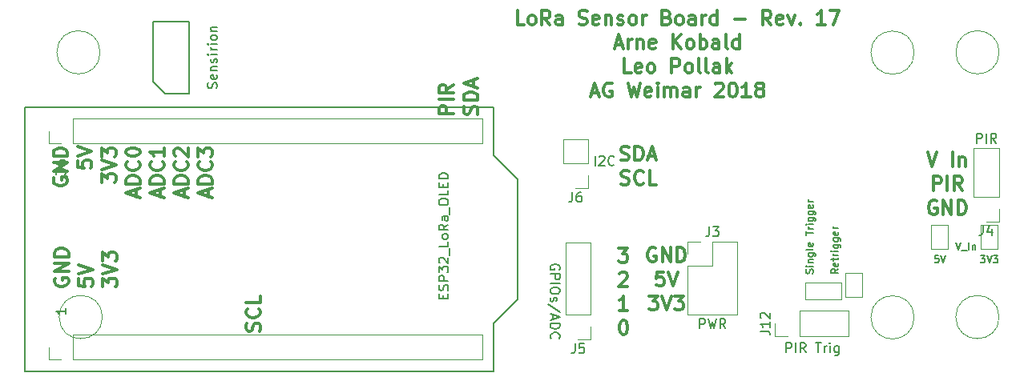
<source format=gbr>
G04 #@! TF.FileFunction,Legend,Top*
%FSLAX46Y46*%
G04 Gerber Fmt 4.6, Leading zero omitted, Abs format (unit mm)*
G04 Created by KiCad (PCBNEW 4.0.7) date 04/05/18 15:18:43*
%MOMM*%
%LPD*%
G01*
G04 APERTURE LIST*
%ADD10C,0.100000*%
%ADD11C,0.300000*%
%ADD12C,0.190500*%
%ADD13C,0.150000*%
%ADD14C,0.120000*%
G04 APERTURE END LIST*
D10*
D11*
X143285716Y-74853571D02*
X142571430Y-74853571D01*
X142571430Y-73353571D01*
X144000002Y-74853571D02*
X143857144Y-74782143D01*
X143785716Y-74710714D01*
X143714287Y-74567857D01*
X143714287Y-74139286D01*
X143785716Y-73996429D01*
X143857144Y-73925000D01*
X144000002Y-73853571D01*
X144214287Y-73853571D01*
X144357144Y-73925000D01*
X144428573Y-73996429D01*
X144500002Y-74139286D01*
X144500002Y-74567857D01*
X144428573Y-74710714D01*
X144357144Y-74782143D01*
X144214287Y-74853571D01*
X144000002Y-74853571D01*
X146000002Y-74853571D02*
X145500002Y-74139286D01*
X145142859Y-74853571D02*
X145142859Y-73353571D01*
X145714287Y-73353571D01*
X145857145Y-73425000D01*
X145928573Y-73496429D01*
X146000002Y-73639286D01*
X146000002Y-73853571D01*
X145928573Y-73996429D01*
X145857145Y-74067857D01*
X145714287Y-74139286D01*
X145142859Y-74139286D01*
X147285716Y-74853571D02*
X147285716Y-74067857D01*
X147214287Y-73925000D01*
X147071430Y-73853571D01*
X146785716Y-73853571D01*
X146642859Y-73925000D01*
X147285716Y-74782143D02*
X147142859Y-74853571D01*
X146785716Y-74853571D01*
X146642859Y-74782143D01*
X146571430Y-74639286D01*
X146571430Y-74496429D01*
X146642859Y-74353571D01*
X146785716Y-74282143D01*
X147142859Y-74282143D01*
X147285716Y-74210714D01*
X149071430Y-74782143D02*
X149285716Y-74853571D01*
X149642859Y-74853571D01*
X149785716Y-74782143D01*
X149857145Y-74710714D01*
X149928573Y-74567857D01*
X149928573Y-74425000D01*
X149857145Y-74282143D01*
X149785716Y-74210714D01*
X149642859Y-74139286D01*
X149357145Y-74067857D01*
X149214287Y-73996429D01*
X149142859Y-73925000D01*
X149071430Y-73782143D01*
X149071430Y-73639286D01*
X149142859Y-73496429D01*
X149214287Y-73425000D01*
X149357145Y-73353571D01*
X149714287Y-73353571D01*
X149928573Y-73425000D01*
X151142858Y-74782143D02*
X151000001Y-74853571D01*
X150714287Y-74853571D01*
X150571430Y-74782143D01*
X150500001Y-74639286D01*
X150500001Y-74067857D01*
X150571430Y-73925000D01*
X150714287Y-73853571D01*
X151000001Y-73853571D01*
X151142858Y-73925000D01*
X151214287Y-74067857D01*
X151214287Y-74210714D01*
X150500001Y-74353571D01*
X151857144Y-73853571D02*
X151857144Y-74853571D01*
X151857144Y-73996429D02*
X151928572Y-73925000D01*
X152071430Y-73853571D01*
X152285715Y-73853571D01*
X152428572Y-73925000D01*
X152500001Y-74067857D01*
X152500001Y-74853571D01*
X153142858Y-74782143D02*
X153285715Y-74853571D01*
X153571430Y-74853571D01*
X153714287Y-74782143D01*
X153785715Y-74639286D01*
X153785715Y-74567857D01*
X153714287Y-74425000D01*
X153571430Y-74353571D01*
X153357144Y-74353571D01*
X153214287Y-74282143D01*
X153142858Y-74139286D01*
X153142858Y-74067857D01*
X153214287Y-73925000D01*
X153357144Y-73853571D01*
X153571430Y-73853571D01*
X153714287Y-73925000D01*
X154642859Y-74853571D02*
X154500001Y-74782143D01*
X154428573Y-74710714D01*
X154357144Y-74567857D01*
X154357144Y-74139286D01*
X154428573Y-73996429D01*
X154500001Y-73925000D01*
X154642859Y-73853571D01*
X154857144Y-73853571D01*
X155000001Y-73925000D01*
X155071430Y-73996429D01*
X155142859Y-74139286D01*
X155142859Y-74567857D01*
X155071430Y-74710714D01*
X155000001Y-74782143D01*
X154857144Y-74853571D01*
X154642859Y-74853571D01*
X155785716Y-74853571D02*
X155785716Y-73853571D01*
X155785716Y-74139286D02*
X155857144Y-73996429D01*
X155928573Y-73925000D01*
X156071430Y-73853571D01*
X156214287Y-73853571D01*
X158357144Y-74067857D02*
X158571430Y-74139286D01*
X158642858Y-74210714D01*
X158714287Y-74353571D01*
X158714287Y-74567857D01*
X158642858Y-74710714D01*
X158571430Y-74782143D01*
X158428572Y-74853571D01*
X157857144Y-74853571D01*
X157857144Y-73353571D01*
X158357144Y-73353571D01*
X158500001Y-73425000D01*
X158571430Y-73496429D01*
X158642858Y-73639286D01*
X158642858Y-73782143D01*
X158571430Y-73925000D01*
X158500001Y-73996429D01*
X158357144Y-74067857D01*
X157857144Y-74067857D01*
X159571430Y-74853571D02*
X159428572Y-74782143D01*
X159357144Y-74710714D01*
X159285715Y-74567857D01*
X159285715Y-74139286D01*
X159357144Y-73996429D01*
X159428572Y-73925000D01*
X159571430Y-73853571D01*
X159785715Y-73853571D01*
X159928572Y-73925000D01*
X160000001Y-73996429D01*
X160071430Y-74139286D01*
X160071430Y-74567857D01*
X160000001Y-74710714D01*
X159928572Y-74782143D01*
X159785715Y-74853571D01*
X159571430Y-74853571D01*
X161357144Y-74853571D02*
X161357144Y-74067857D01*
X161285715Y-73925000D01*
X161142858Y-73853571D01*
X160857144Y-73853571D01*
X160714287Y-73925000D01*
X161357144Y-74782143D02*
X161214287Y-74853571D01*
X160857144Y-74853571D01*
X160714287Y-74782143D01*
X160642858Y-74639286D01*
X160642858Y-74496429D01*
X160714287Y-74353571D01*
X160857144Y-74282143D01*
X161214287Y-74282143D01*
X161357144Y-74210714D01*
X162071430Y-74853571D02*
X162071430Y-73853571D01*
X162071430Y-74139286D02*
X162142858Y-73996429D01*
X162214287Y-73925000D01*
X162357144Y-73853571D01*
X162500001Y-73853571D01*
X163642858Y-74853571D02*
X163642858Y-73353571D01*
X163642858Y-74782143D02*
X163500001Y-74853571D01*
X163214287Y-74853571D01*
X163071429Y-74782143D01*
X163000001Y-74710714D01*
X162928572Y-74567857D01*
X162928572Y-74139286D01*
X163000001Y-73996429D01*
X163071429Y-73925000D01*
X163214287Y-73853571D01*
X163500001Y-73853571D01*
X163642858Y-73925000D01*
X165500001Y-74282143D02*
X166642858Y-74282143D01*
X169357144Y-74853571D02*
X168857144Y-74139286D01*
X168500001Y-74853571D02*
X168500001Y-73353571D01*
X169071429Y-73353571D01*
X169214287Y-73425000D01*
X169285715Y-73496429D01*
X169357144Y-73639286D01*
X169357144Y-73853571D01*
X169285715Y-73996429D01*
X169214287Y-74067857D01*
X169071429Y-74139286D01*
X168500001Y-74139286D01*
X170571429Y-74782143D02*
X170428572Y-74853571D01*
X170142858Y-74853571D01*
X170000001Y-74782143D01*
X169928572Y-74639286D01*
X169928572Y-74067857D01*
X170000001Y-73925000D01*
X170142858Y-73853571D01*
X170428572Y-73853571D01*
X170571429Y-73925000D01*
X170642858Y-74067857D01*
X170642858Y-74210714D01*
X169928572Y-74353571D01*
X171142858Y-73853571D02*
X171500001Y-74853571D01*
X171857143Y-73853571D01*
X172428572Y-74710714D02*
X172500000Y-74782143D01*
X172428572Y-74853571D01*
X172357143Y-74782143D01*
X172428572Y-74710714D01*
X172428572Y-74853571D01*
X175071429Y-74853571D02*
X174214286Y-74853571D01*
X174642858Y-74853571D02*
X174642858Y-73353571D01*
X174500001Y-73567857D01*
X174357143Y-73710714D01*
X174214286Y-73782143D01*
X175571429Y-73353571D02*
X176571429Y-73353571D01*
X175928572Y-74853571D01*
X152928572Y-76975000D02*
X153642858Y-76975000D01*
X152785715Y-77403571D02*
X153285715Y-75903571D01*
X153785715Y-77403571D01*
X154285715Y-77403571D02*
X154285715Y-76403571D01*
X154285715Y-76689286D02*
X154357143Y-76546429D01*
X154428572Y-76475000D01*
X154571429Y-76403571D01*
X154714286Y-76403571D01*
X155214286Y-76403571D02*
X155214286Y-77403571D01*
X155214286Y-76546429D02*
X155285714Y-76475000D01*
X155428572Y-76403571D01*
X155642857Y-76403571D01*
X155785714Y-76475000D01*
X155857143Y-76617857D01*
X155857143Y-77403571D01*
X157142857Y-77332143D02*
X157000000Y-77403571D01*
X156714286Y-77403571D01*
X156571429Y-77332143D01*
X156500000Y-77189286D01*
X156500000Y-76617857D01*
X156571429Y-76475000D01*
X156714286Y-76403571D01*
X157000000Y-76403571D01*
X157142857Y-76475000D01*
X157214286Y-76617857D01*
X157214286Y-76760714D01*
X156500000Y-76903571D01*
X159000000Y-77403571D02*
X159000000Y-75903571D01*
X159857143Y-77403571D02*
X159214286Y-76546429D01*
X159857143Y-75903571D02*
X159000000Y-76760714D01*
X160714286Y-77403571D02*
X160571428Y-77332143D01*
X160500000Y-77260714D01*
X160428571Y-77117857D01*
X160428571Y-76689286D01*
X160500000Y-76546429D01*
X160571428Y-76475000D01*
X160714286Y-76403571D01*
X160928571Y-76403571D01*
X161071428Y-76475000D01*
X161142857Y-76546429D01*
X161214286Y-76689286D01*
X161214286Y-77117857D01*
X161142857Y-77260714D01*
X161071428Y-77332143D01*
X160928571Y-77403571D01*
X160714286Y-77403571D01*
X161857143Y-77403571D02*
X161857143Y-75903571D01*
X161857143Y-76475000D02*
X162000000Y-76403571D01*
X162285714Y-76403571D01*
X162428571Y-76475000D01*
X162500000Y-76546429D01*
X162571429Y-76689286D01*
X162571429Y-77117857D01*
X162500000Y-77260714D01*
X162428571Y-77332143D01*
X162285714Y-77403571D01*
X162000000Y-77403571D01*
X161857143Y-77332143D01*
X163857143Y-77403571D02*
X163857143Y-76617857D01*
X163785714Y-76475000D01*
X163642857Y-76403571D01*
X163357143Y-76403571D01*
X163214286Y-76475000D01*
X163857143Y-77332143D02*
X163714286Y-77403571D01*
X163357143Y-77403571D01*
X163214286Y-77332143D01*
X163142857Y-77189286D01*
X163142857Y-77046429D01*
X163214286Y-76903571D01*
X163357143Y-76832143D01*
X163714286Y-76832143D01*
X163857143Y-76760714D01*
X164785715Y-77403571D02*
X164642857Y-77332143D01*
X164571429Y-77189286D01*
X164571429Y-75903571D01*
X166000000Y-77403571D02*
X166000000Y-75903571D01*
X166000000Y-77332143D02*
X165857143Y-77403571D01*
X165571429Y-77403571D01*
X165428571Y-77332143D01*
X165357143Y-77260714D01*
X165285714Y-77117857D01*
X165285714Y-76689286D01*
X165357143Y-76546429D01*
X165428571Y-76475000D01*
X165571429Y-76403571D01*
X165857143Y-76403571D01*
X166000000Y-76475000D01*
X154571429Y-79953571D02*
X153857143Y-79953571D01*
X153857143Y-78453571D01*
X155642857Y-79882143D02*
X155500000Y-79953571D01*
X155214286Y-79953571D01*
X155071429Y-79882143D01*
X155000000Y-79739286D01*
X155000000Y-79167857D01*
X155071429Y-79025000D01*
X155214286Y-78953571D01*
X155500000Y-78953571D01*
X155642857Y-79025000D01*
X155714286Y-79167857D01*
X155714286Y-79310714D01*
X155000000Y-79453571D01*
X156571429Y-79953571D02*
X156428571Y-79882143D01*
X156357143Y-79810714D01*
X156285714Y-79667857D01*
X156285714Y-79239286D01*
X156357143Y-79096429D01*
X156428571Y-79025000D01*
X156571429Y-78953571D01*
X156785714Y-78953571D01*
X156928571Y-79025000D01*
X157000000Y-79096429D01*
X157071429Y-79239286D01*
X157071429Y-79667857D01*
X157000000Y-79810714D01*
X156928571Y-79882143D01*
X156785714Y-79953571D01*
X156571429Y-79953571D01*
X158857143Y-79953571D02*
X158857143Y-78453571D01*
X159428571Y-78453571D01*
X159571429Y-78525000D01*
X159642857Y-78596429D01*
X159714286Y-78739286D01*
X159714286Y-78953571D01*
X159642857Y-79096429D01*
X159571429Y-79167857D01*
X159428571Y-79239286D01*
X158857143Y-79239286D01*
X160571429Y-79953571D02*
X160428571Y-79882143D01*
X160357143Y-79810714D01*
X160285714Y-79667857D01*
X160285714Y-79239286D01*
X160357143Y-79096429D01*
X160428571Y-79025000D01*
X160571429Y-78953571D01*
X160785714Y-78953571D01*
X160928571Y-79025000D01*
X161000000Y-79096429D01*
X161071429Y-79239286D01*
X161071429Y-79667857D01*
X161000000Y-79810714D01*
X160928571Y-79882143D01*
X160785714Y-79953571D01*
X160571429Y-79953571D01*
X161928572Y-79953571D02*
X161785714Y-79882143D01*
X161714286Y-79739286D01*
X161714286Y-78453571D01*
X162714286Y-79953571D02*
X162571428Y-79882143D01*
X162500000Y-79739286D01*
X162500000Y-78453571D01*
X163928571Y-79953571D02*
X163928571Y-79167857D01*
X163857142Y-79025000D01*
X163714285Y-78953571D01*
X163428571Y-78953571D01*
X163285714Y-79025000D01*
X163928571Y-79882143D02*
X163785714Y-79953571D01*
X163428571Y-79953571D01*
X163285714Y-79882143D01*
X163214285Y-79739286D01*
X163214285Y-79596429D01*
X163285714Y-79453571D01*
X163428571Y-79382143D01*
X163785714Y-79382143D01*
X163928571Y-79310714D01*
X164642857Y-79953571D02*
X164642857Y-78453571D01*
X164785714Y-79382143D02*
X165214285Y-79953571D01*
X165214285Y-78953571D02*
X164642857Y-79525000D01*
X150392858Y-82075000D02*
X151107144Y-82075000D01*
X150250001Y-82503571D02*
X150750001Y-81003571D01*
X151250001Y-82503571D01*
X152535715Y-81075000D02*
X152392858Y-81003571D01*
X152178572Y-81003571D01*
X151964287Y-81075000D01*
X151821429Y-81217857D01*
X151750001Y-81360714D01*
X151678572Y-81646429D01*
X151678572Y-81860714D01*
X151750001Y-82146429D01*
X151821429Y-82289286D01*
X151964287Y-82432143D01*
X152178572Y-82503571D01*
X152321429Y-82503571D01*
X152535715Y-82432143D01*
X152607144Y-82360714D01*
X152607144Y-81860714D01*
X152321429Y-81860714D01*
X154250001Y-81003571D02*
X154607144Y-82503571D01*
X154892858Y-81432143D01*
X155178572Y-82503571D01*
X155535715Y-81003571D01*
X156678572Y-82432143D02*
X156535715Y-82503571D01*
X156250001Y-82503571D01*
X156107144Y-82432143D01*
X156035715Y-82289286D01*
X156035715Y-81717857D01*
X156107144Y-81575000D01*
X156250001Y-81503571D01*
X156535715Y-81503571D01*
X156678572Y-81575000D01*
X156750001Y-81717857D01*
X156750001Y-81860714D01*
X156035715Y-82003571D01*
X157392858Y-82503571D02*
X157392858Y-81503571D01*
X157392858Y-81003571D02*
X157321429Y-81075000D01*
X157392858Y-81146429D01*
X157464286Y-81075000D01*
X157392858Y-81003571D01*
X157392858Y-81146429D01*
X158107144Y-82503571D02*
X158107144Y-81503571D01*
X158107144Y-81646429D02*
X158178572Y-81575000D01*
X158321430Y-81503571D01*
X158535715Y-81503571D01*
X158678572Y-81575000D01*
X158750001Y-81717857D01*
X158750001Y-82503571D01*
X158750001Y-81717857D02*
X158821430Y-81575000D01*
X158964287Y-81503571D01*
X159178572Y-81503571D01*
X159321430Y-81575000D01*
X159392858Y-81717857D01*
X159392858Y-82503571D01*
X160750001Y-82503571D02*
X160750001Y-81717857D01*
X160678572Y-81575000D01*
X160535715Y-81503571D01*
X160250001Y-81503571D01*
X160107144Y-81575000D01*
X160750001Y-82432143D02*
X160607144Y-82503571D01*
X160250001Y-82503571D01*
X160107144Y-82432143D01*
X160035715Y-82289286D01*
X160035715Y-82146429D01*
X160107144Y-82003571D01*
X160250001Y-81932143D01*
X160607144Y-81932143D01*
X160750001Y-81860714D01*
X161464287Y-82503571D02*
X161464287Y-81503571D01*
X161464287Y-81789286D02*
X161535715Y-81646429D01*
X161607144Y-81575000D01*
X161750001Y-81503571D01*
X161892858Y-81503571D01*
X163464286Y-81146429D02*
X163535715Y-81075000D01*
X163678572Y-81003571D01*
X164035715Y-81003571D01*
X164178572Y-81075000D01*
X164250001Y-81146429D01*
X164321429Y-81289286D01*
X164321429Y-81432143D01*
X164250001Y-81646429D01*
X163392858Y-82503571D01*
X164321429Y-82503571D01*
X165250000Y-81003571D02*
X165392857Y-81003571D01*
X165535714Y-81075000D01*
X165607143Y-81146429D01*
X165678572Y-81289286D01*
X165750000Y-81575000D01*
X165750000Y-81932143D01*
X165678572Y-82217857D01*
X165607143Y-82360714D01*
X165535714Y-82432143D01*
X165392857Y-82503571D01*
X165250000Y-82503571D01*
X165107143Y-82432143D01*
X165035714Y-82360714D01*
X164964286Y-82217857D01*
X164892857Y-81932143D01*
X164892857Y-81575000D01*
X164964286Y-81289286D01*
X165035714Y-81146429D01*
X165107143Y-81075000D01*
X165250000Y-81003571D01*
X167178571Y-82503571D02*
X166321428Y-82503571D01*
X166750000Y-82503571D02*
X166750000Y-81003571D01*
X166607143Y-81217857D01*
X166464285Y-81360714D01*
X166321428Y-81432143D01*
X168035714Y-81646429D02*
X167892856Y-81575000D01*
X167821428Y-81503571D01*
X167749999Y-81360714D01*
X167749999Y-81289286D01*
X167821428Y-81146429D01*
X167892856Y-81075000D01*
X168035714Y-81003571D01*
X168321428Y-81003571D01*
X168464285Y-81075000D01*
X168535714Y-81146429D01*
X168607142Y-81289286D01*
X168607142Y-81360714D01*
X168535714Y-81503571D01*
X168464285Y-81575000D01*
X168321428Y-81646429D01*
X168035714Y-81646429D01*
X167892856Y-81717857D01*
X167821428Y-81789286D01*
X167749999Y-81932143D01*
X167749999Y-82217857D01*
X167821428Y-82360714D01*
X167892856Y-82432143D01*
X168035714Y-82503571D01*
X168321428Y-82503571D01*
X168464285Y-82432143D01*
X168535714Y-82360714D01*
X168607142Y-82217857D01*
X168607142Y-81932143D01*
X168535714Y-81789286D01*
X168464285Y-81717857D01*
X168321428Y-81646429D01*
X93700000Y-101657143D02*
X93628571Y-101800000D01*
X93628571Y-102014286D01*
X93700000Y-102228571D01*
X93842857Y-102371429D01*
X93985714Y-102442857D01*
X94271429Y-102514286D01*
X94485714Y-102514286D01*
X94771429Y-102442857D01*
X94914286Y-102371429D01*
X95057143Y-102228571D01*
X95128571Y-102014286D01*
X95128571Y-101871429D01*
X95057143Y-101657143D01*
X94985714Y-101585714D01*
X94485714Y-101585714D01*
X94485714Y-101871429D01*
X95128571Y-100942857D02*
X93628571Y-100942857D01*
X95128571Y-100085714D01*
X93628571Y-100085714D01*
X95128571Y-99371428D02*
X93628571Y-99371428D01*
X93628571Y-99014285D01*
X93700000Y-98800000D01*
X93842857Y-98657142D01*
X93985714Y-98585714D01*
X94271429Y-98514285D01*
X94485714Y-98514285D01*
X94771429Y-98585714D01*
X94914286Y-98657142D01*
X95057143Y-98800000D01*
X95128571Y-99014285D01*
X95128571Y-99371428D01*
X96178571Y-101728571D02*
X96178571Y-102442857D01*
X96892857Y-102514286D01*
X96821429Y-102442857D01*
X96750000Y-102300000D01*
X96750000Y-101942857D01*
X96821429Y-101800000D01*
X96892857Y-101728571D01*
X97035714Y-101657143D01*
X97392857Y-101657143D01*
X97535714Y-101728571D01*
X97607143Y-101800000D01*
X97678571Y-101942857D01*
X97678571Y-102300000D01*
X97607143Y-102442857D01*
X97535714Y-102514286D01*
X96178571Y-101228572D02*
X97678571Y-100728572D01*
X96178571Y-100228572D01*
X98728571Y-102585714D02*
X98728571Y-101657143D01*
X99300000Y-102157143D01*
X99300000Y-101942857D01*
X99371429Y-101800000D01*
X99442857Y-101728571D01*
X99585714Y-101657143D01*
X99942857Y-101657143D01*
X100085714Y-101728571D01*
X100157143Y-101800000D01*
X100228571Y-101942857D01*
X100228571Y-102371429D01*
X100157143Y-102514286D01*
X100085714Y-102585714D01*
X98728571Y-101228572D02*
X100228571Y-100728572D01*
X98728571Y-100228572D01*
X98728571Y-99871429D02*
X98728571Y-98942858D01*
X99300000Y-99442858D01*
X99300000Y-99228572D01*
X99371429Y-99085715D01*
X99442857Y-99014286D01*
X99585714Y-98942858D01*
X99942857Y-98942858D01*
X100085714Y-99014286D01*
X100157143Y-99085715D01*
X100228571Y-99228572D01*
X100228571Y-99657144D01*
X100157143Y-99800001D01*
X100085714Y-99871429D01*
X135778571Y-84257143D02*
X134278571Y-84257143D01*
X134278571Y-83685715D01*
X134350000Y-83542857D01*
X134421429Y-83471429D01*
X134564286Y-83400000D01*
X134778571Y-83400000D01*
X134921429Y-83471429D01*
X134992857Y-83542857D01*
X135064286Y-83685715D01*
X135064286Y-84257143D01*
X135778571Y-82757143D02*
X134278571Y-82757143D01*
X135778571Y-81185714D02*
X135064286Y-81685714D01*
X135778571Y-82042857D02*
X134278571Y-82042857D01*
X134278571Y-81471429D01*
X134350000Y-81328571D01*
X134421429Y-81257143D01*
X134564286Y-81185714D01*
X134778571Y-81185714D01*
X134921429Y-81257143D01*
X134992857Y-81328571D01*
X135064286Y-81471429D01*
X135064286Y-82042857D01*
X115307143Y-107257143D02*
X115378571Y-107042857D01*
X115378571Y-106685714D01*
X115307143Y-106542857D01*
X115235714Y-106471428D01*
X115092857Y-106400000D01*
X114950000Y-106400000D01*
X114807143Y-106471428D01*
X114735714Y-106542857D01*
X114664286Y-106685714D01*
X114592857Y-106971428D01*
X114521429Y-107114286D01*
X114450000Y-107185714D01*
X114307143Y-107257143D01*
X114164286Y-107257143D01*
X114021429Y-107185714D01*
X113950000Y-107114286D01*
X113878571Y-106971428D01*
X113878571Y-106614286D01*
X113950000Y-106400000D01*
X115235714Y-104900000D02*
X115307143Y-104971429D01*
X115378571Y-105185715D01*
X115378571Y-105328572D01*
X115307143Y-105542857D01*
X115164286Y-105685715D01*
X115021429Y-105757143D01*
X114735714Y-105828572D01*
X114521429Y-105828572D01*
X114235714Y-105757143D01*
X114092857Y-105685715D01*
X113950000Y-105542857D01*
X113878571Y-105328572D01*
X113878571Y-105185715D01*
X113950000Y-104971429D01*
X114021429Y-104900000D01*
X115378571Y-103542857D02*
X115378571Y-104257143D01*
X113878571Y-104257143D01*
X138307143Y-84328571D02*
X138378571Y-84114285D01*
X138378571Y-83757142D01*
X138307143Y-83614285D01*
X138235714Y-83542856D01*
X138092857Y-83471428D01*
X137950000Y-83471428D01*
X137807143Y-83542856D01*
X137735714Y-83614285D01*
X137664286Y-83757142D01*
X137592857Y-84042856D01*
X137521429Y-84185714D01*
X137450000Y-84257142D01*
X137307143Y-84328571D01*
X137164286Y-84328571D01*
X137021429Y-84257142D01*
X136950000Y-84185714D01*
X136878571Y-84042856D01*
X136878571Y-83685714D01*
X136950000Y-83471428D01*
X138378571Y-82828571D02*
X136878571Y-82828571D01*
X136878571Y-82471428D01*
X136950000Y-82257143D01*
X137092857Y-82114285D01*
X137235714Y-82042857D01*
X137521429Y-81971428D01*
X137735714Y-81971428D01*
X138021429Y-82042857D01*
X138164286Y-82114285D01*
X138307143Y-82257143D01*
X138378571Y-82471428D01*
X138378571Y-82828571D01*
X137950000Y-81400000D02*
X137950000Y-80685714D01*
X138378571Y-81542857D02*
X136878571Y-81042857D01*
X138378571Y-80542857D01*
X93600000Y-91028572D02*
X93528571Y-91171429D01*
X93528571Y-91385715D01*
X93600000Y-91600000D01*
X93742857Y-91742858D01*
X93885714Y-91814286D01*
X94171429Y-91885715D01*
X94385714Y-91885715D01*
X94671429Y-91814286D01*
X94814286Y-91742858D01*
X94957143Y-91600000D01*
X95028571Y-91385715D01*
X95028571Y-91242858D01*
X94957143Y-91028572D01*
X94885714Y-90957143D01*
X94385714Y-90957143D01*
X94385714Y-91242858D01*
X95028571Y-90314286D02*
X93528571Y-90314286D01*
X95028571Y-89457143D01*
X93528571Y-89457143D01*
X95028571Y-88742857D02*
X93528571Y-88742857D01*
X93528571Y-88385714D01*
X93600000Y-88171429D01*
X93742857Y-88028571D01*
X93885714Y-87957143D01*
X94171429Y-87885714D01*
X94385714Y-87885714D01*
X94671429Y-87957143D01*
X94814286Y-88028571D01*
X94957143Y-88171429D01*
X95028571Y-88385714D01*
X95028571Y-88742857D01*
X96078571Y-89242856D02*
X96078571Y-89957142D01*
X96792857Y-90028571D01*
X96721429Y-89957142D01*
X96650000Y-89814285D01*
X96650000Y-89457142D01*
X96721429Y-89314285D01*
X96792857Y-89242856D01*
X96935714Y-89171428D01*
X97292857Y-89171428D01*
X97435714Y-89242856D01*
X97507143Y-89314285D01*
X97578571Y-89457142D01*
X97578571Y-89814285D01*
X97507143Y-89957142D01*
X97435714Y-90028571D01*
X96078571Y-88742857D02*
X97578571Y-88242857D01*
X96078571Y-87742857D01*
X98628571Y-91528570D02*
X98628571Y-90599999D01*
X99200000Y-91099999D01*
X99200000Y-90885713D01*
X99271429Y-90742856D01*
X99342857Y-90671427D01*
X99485714Y-90599999D01*
X99842857Y-90599999D01*
X99985714Y-90671427D01*
X100057143Y-90742856D01*
X100128571Y-90885713D01*
X100128571Y-91314285D01*
X100057143Y-91457142D01*
X99985714Y-91528570D01*
X98628571Y-90171428D02*
X100128571Y-89671428D01*
X98628571Y-89171428D01*
X98628571Y-88814285D02*
X98628571Y-87885714D01*
X99200000Y-88385714D01*
X99200000Y-88171428D01*
X99271429Y-88028571D01*
X99342857Y-87957142D01*
X99485714Y-87885714D01*
X99842857Y-87885714D01*
X99985714Y-87957142D01*
X100057143Y-88028571D01*
X100128571Y-88171428D01*
X100128571Y-88600000D01*
X100057143Y-88742857D01*
X99985714Y-88814285D01*
X102250000Y-93028571D02*
X102250000Y-92314285D01*
X102678571Y-93171428D02*
X101178571Y-92671428D01*
X102678571Y-92171428D01*
X102678571Y-91671428D02*
X101178571Y-91671428D01*
X101178571Y-91314285D01*
X101250000Y-91100000D01*
X101392857Y-90957142D01*
X101535714Y-90885714D01*
X101821429Y-90814285D01*
X102035714Y-90814285D01*
X102321429Y-90885714D01*
X102464286Y-90957142D01*
X102607143Y-91100000D01*
X102678571Y-91314285D01*
X102678571Y-91671428D01*
X102535714Y-89314285D02*
X102607143Y-89385714D01*
X102678571Y-89600000D01*
X102678571Y-89742857D01*
X102607143Y-89957142D01*
X102464286Y-90100000D01*
X102321429Y-90171428D01*
X102035714Y-90242857D01*
X101821429Y-90242857D01*
X101535714Y-90171428D01*
X101392857Y-90100000D01*
X101250000Y-89957142D01*
X101178571Y-89742857D01*
X101178571Y-89600000D01*
X101250000Y-89385714D01*
X101321429Y-89314285D01*
X101178571Y-88385714D02*
X101178571Y-88242857D01*
X101250000Y-88100000D01*
X101321429Y-88028571D01*
X101464286Y-87957142D01*
X101750000Y-87885714D01*
X102107143Y-87885714D01*
X102392857Y-87957142D01*
X102535714Y-88028571D01*
X102607143Y-88100000D01*
X102678571Y-88242857D01*
X102678571Y-88385714D01*
X102607143Y-88528571D01*
X102535714Y-88600000D01*
X102392857Y-88671428D01*
X102107143Y-88742857D01*
X101750000Y-88742857D01*
X101464286Y-88671428D01*
X101321429Y-88600000D01*
X101250000Y-88528571D01*
X101178571Y-88385714D01*
X104800000Y-93028571D02*
X104800000Y-92314285D01*
X105228571Y-93171428D02*
X103728571Y-92671428D01*
X105228571Y-92171428D01*
X105228571Y-91671428D02*
X103728571Y-91671428D01*
X103728571Y-91314285D01*
X103800000Y-91100000D01*
X103942857Y-90957142D01*
X104085714Y-90885714D01*
X104371429Y-90814285D01*
X104585714Y-90814285D01*
X104871429Y-90885714D01*
X105014286Y-90957142D01*
X105157143Y-91100000D01*
X105228571Y-91314285D01*
X105228571Y-91671428D01*
X105085714Y-89314285D02*
X105157143Y-89385714D01*
X105228571Y-89600000D01*
X105228571Y-89742857D01*
X105157143Y-89957142D01*
X105014286Y-90100000D01*
X104871429Y-90171428D01*
X104585714Y-90242857D01*
X104371429Y-90242857D01*
X104085714Y-90171428D01*
X103942857Y-90100000D01*
X103800000Y-89957142D01*
X103728571Y-89742857D01*
X103728571Y-89600000D01*
X103800000Y-89385714D01*
X103871429Y-89314285D01*
X105228571Y-87885714D02*
X105228571Y-88742857D01*
X105228571Y-88314285D02*
X103728571Y-88314285D01*
X103942857Y-88457142D01*
X104085714Y-88600000D01*
X104157143Y-88742857D01*
X107350000Y-93028571D02*
X107350000Y-92314285D01*
X107778571Y-93171428D02*
X106278571Y-92671428D01*
X107778571Y-92171428D01*
X107778571Y-91671428D02*
X106278571Y-91671428D01*
X106278571Y-91314285D01*
X106350000Y-91100000D01*
X106492857Y-90957142D01*
X106635714Y-90885714D01*
X106921429Y-90814285D01*
X107135714Y-90814285D01*
X107421429Y-90885714D01*
X107564286Y-90957142D01*
X107707143Y-91100000D01*
X107778571Y-91314285D01*
X107778571Y-91671428D01*
X107635714Y-89314285D02*
X107707143Y-89385714D01*
X107778571Y-89600000D01*
X107778571Y-89742857D01*
X107707143Y-89957142D01*
X107564286Y-90100000D01*
X107421429Y-90171428D01*
X107135714Y-90242857D01*
X106921429Y-90242857D01*
X106635714Y-90171428D01*
X106492857Y-90100000D01*
X106350000Y-89957142D01*
X106278571Y-89742857D01*
X106278571Y-89600000D01*
X106350000Y-89385714D01*
X106421429Y-89314285D01*
X106421429Y-88742857D02*
X106350000Y-88671428D01*
X106278571Y-88528571D01*
X106278571Y-88171428D01*
X106350000Y-88028571D01*
X106421429Y-87957142D01*
X106564286Y-87885714D01*
X106707143Y-87885714D01*
X106921429Y-87957142D01*
X107778571Y-88814285D01*
X107778571Y-87885714D01*
X109900000Y-93028571D02*
X109900000Y-92314285D01*
X110328571Y-93171428D02*
X108828571Y-92671428D01*
X110328571Y-92171428D01*
X110328571Y-91671428D02*
X108828571Y-91671428D01*
X108828571Y-91314285D01*
X108900000Y-91100000D01*
X109042857Y-90957142D01*
X109185714Y-90885714D01*
X109471429Y-90814285D01*
X109685714Y-90814285D01*
X109971429Y-90885714D01*
X110114286Y-90957142D01*
X110257143Y-91100000D01*
X110328571Y-91314285D01*
X110328571Y-91671428D01*
X110185714Y-89314285D02*
X110257143Y-89385714D01*
X110328571Y-89600000D01*
X110328571Y-89742857D01*
X110257143Y-89957142D01*
X110114286Y-90100000D01*
X109971429Y-90171428D01*
X109685714Y-90242857D01*
X109471429Y-90242857D01*
X109185714Y-90171428D01*
X109042857Y-90100000D01*
X108900000Y-89957142D01*
X108828571Y-89742857D01*
X108828571Y-89600000D01*
X108900000Y-89385714D01*
X108971429Y-89314285D01*
X108828571Y-88814285D02*
X108828571Y-87885714D01*
X109400000Y-88385714D01*
X109400000Y-88171428D01*
X109471429Y-88028571D01*
X109542857Y-87957142D01*
X109685714Y-87885714D01*
X110042857Y-87885714D01*
X110185714Y-87957142D01*
X110257143Y-88028571D01*
X110328571Y-88171428D01*
X110328571Y-88600000D01*
X110257143Y-88742857D01*
X110185714Y-88814285D01*
D12*
X173774929Y-101154857D02*
X173811214Y-101046000D01*
X173811214Y-100864571D01*
X173774929Y-100792000D01*
X173738643Y-100755714D01*
X173666071Y-100719429D01*
X173593500Y-100719429D01*
X173520929Y-100755714D01*
X173484643Y-100792000D01*
X173448357Y-100864571D01*
X173412071Y-101009714D01*
X173375786Y-101082286D01*
X173339500Y-101118571D01*
X173266929Y-101154857D01*
X173194357Y-101154857D01*
X173121786Y-101118571D01*
X173085500Y-101082286D01*
X173049214Y-101009714D01*
X173049214Y-100828286D01*
X173085500Y-100719429D01*
X173811214Y-100392857D02*
X173303214Y-100392857D01*
X173049214Y-100392857D02*
X173085500Y-100429143D01*
X173121786Y-100392857D01*
X173085500Y-100356572D01*
X173049214Y-100392857D01*
X173121786Y-100392857D01*
X173303214Y-100030000D02*
X173811214Y-100030000D01*
X173375786Y-100030000D02*
X173339500Y-99993715D01*
X173303214Y-99921143D01*
X173303214Y-99812286D01*
X173339500Y-99739715D01*
X173412071Y-99703429D01*
X173811214Y-99703429D01*
X173303214Y-99014000D02*
X173920071Y-99014000D01*
X173992643Y-99050286D01*
X174028929Y-99086571D01*
X174065214Y-99159143D01*
X174065214Y-99268000D01*
X174028929Y-99340571D01*
X173774929Y-99014000D02*
X173811214Y-99086571D01*
X173811214Y-99231714D01*
X173774929Y-99304286D01*
X173738643Y-99340571D01*
X173666071Y-99376857D01*
X173448357Y-99376857D01*
X173375786Y-99340571D01*
X173339500Y-99304286D01*
X173303214Y-99231714D01*
X173303214Y-99086571D01*
X173339500Y-99014000D01*
X173811214Y-98542285D02*
X173774929Y-98614857D01*
X173702357Y-98651142D01*
X173049214Y-98651142D01*
X173774929Y-97961714D02*
X173811214Y-98034285D01*
X173811214Y-98179428D01*
X173774929Y-98251999D01*
X173702357Y-98288285D01*
X173412071Y-98288285D01*
X173339500Y-98251999D01*
X173303214Y-98179428D01*
X173303214Y-98034285D01*
X173339500Y-97961714D01*
X173412071Y-97925428D01*
X173484643Y-97925428D01*
X173557214Y-98288285D01*
X173049214Y-97127143D02*
X173049214Y-96691714D01*
X173811214Y-96909428D02*
X173049214Y-96909428D01*
X173811214Y-96437714D02*
X173303214Y-96437714D01*
X173448357Y-96437714D02*
X173375786Y-96401429D01*
X173339500Y-96365143D01*
X173303214Y-96292572D01*
X173303214Y-96220000D01*
X173811214Y-95966000D02*
X173303214Y-95966000D01*
X173049214Y-95966000D02*
X173085500Y-96002286D01*
X173121786Y-95966000D01*
X173085500Y-95929715D01*
X173049214Y-95966000D01*
X173121786Y-95966000D01*
X173303214Y-95276572D02*
X173920071Y-95276572D01*
X173992643Y-95312858D01*
X174028929Y-95349143D01*
X174065214Y-95421715D01*
X174065214Y-95530572D01*
X174028929Y-95603143D01*
X173774929Y-95276572D02*
X173811214Y-95349143D01*
X173811214Y-95494286D01*
X173774929Y-95566858D01*
X173738643Y-95603143D01*
X173666071Y-95639429D01*
X173448357Y-95639429D01*
X173375786Y-95603143D01*
X173339500Y-95566858D01*
X173303214Y-95494286D01*
X173303214Y-95349143D01*
X173339500Y-95276572D01*
X173303214Y-94587143D02*
X173920071Y-94587143D01*
X173992643Y-94623429D01*
X174028929Y-94659714D01*
X174065214Y-94732286D01*
X174065214Y-94841143D01*
X174028929Y-94913714D01*
X173774929Y-94587143D02*
X173811214Y-94659714D01*
X173811214Y-94804857D01*
X173774929Y-94877429D01*
X173738643Y-94913714D01*
X173666071Y-94950000D01*
X173448357Y-94950000D01*
X173375786Y-94913714D01*
X173339500Y-94877429D01*
X173303214Y-94804857D01*
X173303214Y-94659714D01*
X173339500Y-94587143D01*
X173774929Y-93934000D02*
X173811214Y-94006571D01*
X173811214Y-94151714D01*
X173774929Y-94224285D01*
X173702357Y-94260571D01*
X173412071Y-94260571D01*
X173339500Y-94224285D01*
X173303214Y-94151714D01*
X173303214Y-94006571D01*
X173339500Y-93934000D01*
X173412071Y-93897714D01*
X173484643Y-93897714D01*
X173557214Y-94260571D01*
X173811214Y-93571142D02*
X173303214Y-93571142D01*
X173448357Y-93571142D02*
X173375786Y-93534857D01*
X173339500Y-93498571D01*
X173303214Y-93426000D01*
X173303214Y-93353428D01*
X176478214Y-100683143D02*
X176115357Y-100937143D01*
X176478214Y-101118571D02*
X175716214Y-101118571D01*
X175716214Y-100828286D01*
X175752500Y-100755714D01*
X175788786Y-100719429D01*
X175861357Y-100683143D01*
X175970214Y-100683143D01*
X176042786Y-100719429D01*
X176079071Y-100755714D01*
X176115357Y-100828286D01*
X176115357Y-101118571D01*
X176441929Y-100066286D02*
X176478214Y-100138857D01*
X176478214Y-100284000D01*
X176441929Y-100356571D01*
X176369357Y-100392857D01*
X176079071Y-100392857D01*
X176006500Y-100356571D01*
X175970214Y-100284000D01*
X175970214Y-100138857D01*
X176006500Y-100066286D01*
X176079071Y-100030000D01*
X176151643Y-100030000D01*
X176224214Y-100392857D01*
X175970214Y-99812286D02*
X175970214Y-99522000D01*
X175716214Y-99703428D02*
X176369357Y-99703428D01*
X176441929Y-99667143D01*
X176478214Y-99594571D01*
X176478214Y-99522000D01*
X176478214Y-99267999D02*
X175970214Y-99267999D01*
X176115357Y-99267999D02*
X176042786Y-99231714D01*
X176006500Y-99195428D01*
X175970214Y-99122857D01*
X175970214Y-99050285D01*
X176478214Y-98796285D02*
X175970214Y-98796285D01*
X175716214Y-98796285D02*
X175752500Y-98832571D01*
X175788786Y-98796285D01*
X175752500Y-98760000D01*
X175716214Y-98796285D01*
X175788786Y-98796285D01*
X175970214Y-98106857D02*
X176587071Y-98106857D01*
X176659643Y-98143143D01*
X176695929Y-98179428D01*
X176732214Y-98252000D01*
X176732214Y-98360857D01*
X176695929Y-98433428D01*
X176441929Y-98106857D02*
X176478214Y-98179428D01*
X176478214Y-98324571D01*
X176441929Y-98397143D01*
X176405643Y-98433428D01*
X176333071Y-98469714D01*
X176115357Y-98469714D01*
X176042786Y-98433428D01*
X176006500Y-98397143D01*
X175970214Y-98324571D01*
X175970214Y-98179428D01*
X176006500Y-98106857D01*
X175970214Y-97417428D02*
X176587071Y-97417428D01*
X176659643Y-97453714D01*
X176695929Y-97489999D01*
X176732214Y-97562571D01*
X176732214Y-97671428D01*
X176695929Y-97743999D01*
X176441929Y-97417428D02*
X176478214Y-97489999D01*
X176478214Y-97635142D01*
X176441929Y-97707714D01*
X176405643Y-97743999D01*
X176333071Y-97780285D01*
X176115357Y-97780285D01*
X176042786Y-97743999D01*
X176006500Y-97707714D01*
X175970214Y-97635142D01*
X175970214Y-97489999D01*
X176006500Y-97417428D01*
X176441929Y-96764285D02*
X176478214Y-96836856D01*
X176478214Y-96981999D01*
X176441929Y-97054570D01*
X176369357Y-97090856D01*
X176079071Y-97090856D01*
X176006500Y-97054570D01*
X175970214Y-96981999D01*
X175970214Y-96836856D01*
X176006500Y-96764285D01*
X176079071Y-96727999D01*
X176151643Y-96727999D01*
X176224214Y-97090856D01*
X176478214Y-96401427D02*
X175970214Y-96401427D01*
X176115357Y-96401427D02*
X176042786Y-96365142D01*
X176006500Y-96328856D01*
X175970214Y-96256285D01*
X175970214Y-96183713D01*
X188929571Y-97915964D02*
X189183571Y-98677964D01*
X189437571Y-97915964D01*
X189510143Y-98750536D02*
X190090714Y-98750536D01*
X190272143Y-98677964D02*
X190272143Y-97915964D01*
X190635000Y-98169964D02*
X190635000Y-98677964D01*
X190635000Y-98242536D02*
X190671285Y-98206250D01*
X190743857Y-98169964D01*
X190852714Y-98169964D01*
X190925285Y-98206250D01*
X190961571Y-98278821D01*
X190961571Y-98677964D01*
X187060859Y-99249464D02*
X186698002Y-99249464D01*
X186661716Y-99612321D01*
X186698002Y-99576036D01*
X186770573Y-99539750D01*
X186952002Y-99539750D01*
X187024573Y-99576036D01*
X187060859Y-99612321D01*
X187097144Y-99684893D01*
X187097144Y-99866321D01*
X187060859Y-99938893D01*
X187024573Y-99975179D01*
X186952002Y-100011464D01*
X186770573Y-100011464D01*
X186698002Y-99975179D01*
X186661716Y-99938893D01*
X187314858Y-99249464D02*
X187568858Y-100011464D01*
X187822858Y-99249464D01*
X191487713Y-99249464D02*
X191959427Y-99249464D01*
X191705427Y-99539750D01*
X191814285Y-99539750D01*
X191886856Y-99576036D01*
X191923142Y-99612321D01*
X191959427Y-99684893D01*
X191959427Y-99866321D01*
X191923142Y-99938893D01*
X191886856Y-99975179D01*
X191814285Y-100011464D01*
X191596570Y-100011464D01*
X191523999Y-99975179D01*
X191487713Y-99938893D01*
X192177141Y-99249464D02*
X192431141Y-100011464D01*
X192685141Y-99249464D01*
X192866570Y-99249464D02*
X193338284Y-99249464D01*
X193084284Y-99539750D01*
X193193142Y-99539750D01*
X193265713Y-99576036D01*
X193301999Y-99612321D01*
X193338284Y-99684893D01*
X193338284Y-99866321D01*
X193301999Y-99938893D01*
X193265713Y-99975179D01*
X193193142Y-100011464D01*
X192975427Y-100011464D01*
X192902856Y-99975179D01*
X192866570Y-99938893D01*
D11*
X153478572Y-89132143D02*
X153692858Y-89203571D01*
X154050001Y-89203571D01*
X154192858Y-89132143D01*
X154264287Y-89060714D01*
X154335715Y-88917857D01*
X154335715Y-88775000D01*
X154264287Y-88632143D01*
X154192858Y-88560714D01*
X154050001Y-88489286D01*
X153764287Y-88417857D01*
X153621429Y-88346429D01*
X153550001Y-88275000D01*
X153478572Y-88132143D01*
X153478572Y-87989286D01*
X153550001Y-87846429D01*
X153621429Y-87775000D01*
X153764287Y-87703571D01*
X154121429Y-87703571D01*
X154335715Y-87775000D01*
X154978572Y-89203571D02*
X154978572Y-87703571D01*
X155335715Y-87703571D01*
X155550000Y-87775000D01*
X155692858Y-87917857D01*
X155764286Y-88060714D01*
X155835715Y-88346429D01*
X155835715Y-88560714D01*
X155764286Y-88846429D01*
X155692858Y-88989286D01*
X155550000Y-89132143D01*
X155335715Y-89203571D01*
X154978572Y-89203571D01*
X156407143Y-88775000D02*
X157121429Y-88775000D01*
X156264286Y-89203571D02*
X156764286Y-87703571D01*
X157264286Y-89203571D01*
X153514286Y-91682143D02*
X153728572Y-91753571D01*
X154085715Y-91753571D01*
X154228572Y-91682143D01*
X154300001Y-91610714D01*
X154371429Y-91467857D01*
X154371429Y-91325000D01*
X154300001Y-91182143D01*
X154228572Y-91110714D01*
X154085715Y-91039286D01*
X153800001Y-90967857D01*
X153657143Y-90896429D01*
X153585715Y-90825000D01*
X153514286Y-90682143D01*
X153514286Y-90539286D01*
X153585715Y-90396429D01*
X153657143Y-90325000D01*
X153800001Y-90253571D01*
X154157143Y-90253571D01*
X154371429Y-90325000D01*
X155871429Y-91610714D02*
X155800000Y-91682143D01*
X155585714Y-91753571D01*
X155442857Y-91753571D01*
X155228572Y-91682143D01*
X155085714Y-91539286D01*
X155014286Y-91396429D01*
X154942857Y-91110714D01*
X154942857Y-90896429D01*
X155014286Y-90610714D01*
X155085714Y-90467857D01*
X155228572Y-90325000D01*
X155442857Y-90253571D01*
X155585714Y-90253571D01*
X155800000Y-90325000D01*
X155871429Y-90396429D01*
X157228572Y-91753571D02*
X156514286Y-91753571D01*
X156514286Y-90253571D01*
X185892857Y-88328571D02*
X186392857Y-89828571D01*
X186892857Y-88328571D01*
X188535714Y-89828571D02*
X188535714Y-88328571D01*
X189250000Y-88828571D02*
X189250000Y-89828571D01*
X189250000Y-88971429D02*
X189321428Y-88900000D01*
X189464286Y-88828571D01*
X189678571Y-88828571D01*
X189821428Y-88900000D01*
X189892857Y-89042857D01*
X189892857Y-89828571D01*
X186500000Y-92378571D02*
X186500000Y-90878571D01*
X187071428Y-90878571D01*
X187214286Y-90950000D01*
X187285714Y-91021429D01*
X187357143Y-91164286D01*
X187357143Y-91378571D01*
X187285714Y-91521429D01*
X187214286Y-91592857D01*
X187071428Y-91664286D01*
X186500000Y-91664286D01*
X188000000Y-92378571D02*
X188000000Y-90878571D01*
X189571429Y-92378571D02*
X189071429Y-91664286D01*
X188714286Y-92378571D02*
X188714286Y-90878571D01*
X189285714Y-90878571D01*
X189428572Y-90950000D01*
X189500000Y-91021429D01*
X189571429Y-91164286D01*
X189571429Y-91378571D01*
X189500000Y-91521429D01*
X189428572Y-91592857D01*
X189285714Y-91664286D01*
X188714286Y-91664286D01*
X186857143Y-93500000D02*
X186714286Y-93428571D01*
X186500000Y-93428571D01*
X186285715Y-93500000D01*
X186142857Y-93642857D01*
X186071429Y-93785714D01*
X186000000Y-94071429D01*
X186000000Y-94285714D01*
X186071429Y-94571429D01*
X186142857Y-94714286D01*
X186285715Y-94857143D01*
X186500000Y-94928571D01*
X186642857Y-94928571D01*
X186857143Y-94857143D01*
X186928572Y-94785714D01*
X186928572Y-94285714D01*
X186642857Y-94285714D01*
X187571429Y-94928571D02*
X187571429Y-93428571D01*
X188428572Y-94928571D01*
X188428572Y-93428571D01*
X189142858Y-94928571D02*
X189142858Y-93428571D01*
X189500001Y-93428571D01*
X189714286Y-93500000D01*
X189857144Y-93642857D01*
X189928572Y-93785714D01*
X190000001Y-94071429D01*
X190000001Y-94285714D01*
X189928572Y-94571429D01*
X189857144Y-94714286D01*
X189714286Y-94857143D01*
X189500001Y-94928571D01*
X189142858Y-94928571D01*
X153276001Y-98481571D02*
X154204572Y-98481571D01*
X153704572Y-99053000D01*
X153918858Y-99053000D01*
X154061715Y-99124429D01*
X154133144Y-99195857D01*
X154204572Y-99338714D01*
X154204572Y-99695857D01*
X154133144Y-99838714D01*
X154061715Y-99910143D01*
X153918858Y-99981571D01*
X153490286Y-99981571D01*
X153347429Y-99910143D01*
X153276001Y-99838714D01*
X153347429Y-101174429D02*
X153418858Y-101103000D01*
X153561715Y-101031571D01*
X153918858Y-101031571D01*
X154061715Y-101103000D01*
X154133144Y-101174429D01*
X154204572Y-101317286D01*
X154204572Y-101460143D01*
X154133144Y-101674429D01*
X153276001Y-102531571D01*
X154204572Y-102531571D01*
X154204572Y-105081571D02*
X153347429Y-105081571D01*
X153776001Y-105081571D02*
X153776001Y-103581571D01*
X153633144Y-103795857D01*
X153490286Y-103938714D01*
X153347429Y-104010143D01*
X153704572Y-106131571D02*
X153847429Y-106131571D01*
X153990286Y-106203000D01*
X154061715Y-106274429D01*
X154133144Y-106417286D01*
X154204572Y-106703000D01*
X154204572Y-107060143D01*
X154133144Y-107345857D01*
X154061715Y-107488714D01*
X153990286Y-107560143D01*
X153847429Y-107631571D01*
X153704572Y-107631571D01*
X153561715Y-107560143D01*
X153490286Y-107488714D01*
X153418858Y-107345857D01*
X153347429Y-107060143D01*
X153347429Y-106703000D01*
X153418858Y-106417286D01*
X153490286Y-106274429D01*
X153561715Y-106203000D01*
X153704572Y-106131571D01*
D13*
X147000000Y-100742858D02*
X147047619Y-100647620D01*
X147047619Y-100504763D01*
X147000000Y-100361905D01*
X146904762Y-100266667D01*
X146809524Y-100219048D01*
X146619048Y-100171429D01*
X146476190Y-100171429D01*
X146285714Y-100219048D01*
X146190476Y-100266667D01*
X146095238Y-100361905D01*
X146047619Y-100504763D01*
X146047619Y-100600001D01*
X146095238Y-100742858D01*
X146142857Y-100790477D01*
X146476190Y-100790477D01*
X146476190Y-100600001D01*
X146047619Y-101219048D02*
X147047619Y-101219048D01*
X147047619Y-101600001D01*
X147000000Y-101695239D01*
X146952381Y-101742858D01*
X146857143Y-101790477D01*
X146714286Y-101790477D01*
X146619048Y-101742858D01*
X146571429Y-101695239D01*
X146523810Y-101600001D01*
X146523810Y-101219048D01*
X146047619Y-102219048D02*
X147047619Y-102219048D01*
X147047619Y-102885714D02*
X147047619Y-103076191D01*
X147000000Y-103171429D01*
X146904762Y-103266667D01*
X146714286Y-103314286D01*
X146380952Y-103314286D01*
X146190476Y-103266667D01*
X146095238Y-103171429D01*
X146047619Y-103076191D01*
X146047619Y-102885714D01*
X146095238Y-102790476D01*
X146190476Y-102695238D01*
X146380952Y-102647619D01*
X146714286Y-102647619D01*
X146904762Y-102695238D01*
X147000000Y-102790476D01*
X147047619Y-102885714D01*
X146095238Y-103695238D02*
X146047619Y-103790476D01*
X146047619Y-103980952D01*
X146095238Y-104076191D01*
X146190476Y-104123810D01*
X146238095Y-104123810D01*
X146333333Y-104076191D01*
X146380952Y-103980952D01*
X146380952Y-103838095D01*
X146428571Y-103742857D01*
X146523810Y-103695238D01*
X146571429Y-103695238D01*
X146666667Y-103742857D01*
X146714286Y-103838095D01*
X146714286Y-103980952D01*
X146666667Y-104076191D01*
X147095238Y-105266667D02*
X145809524Y-104409524D01*
X146333333Y-105552381D02*
X146333333Y-106028572D01*
X146047619Y-105457143D02*
X147047619Y-105790476D01*
X146047619Y-106123810D01*
X146047619Y-106457143D02*
X147047619Y-106457143D01*
X147047619Y-106695238D01*
X147000000Y-106838096D01*
X146904762Y-106933334D01*
X146809524Y-106980953D01*
X146619048Y-107028572D01*
X146476190Y-107028572D01*
X146285714Y-106980953D01*
X146190476Y-106933334D01*
X146095238Y-106838096D01*
X146047619Y-106695238D01*
X146047619Y-106457143D01*
X146142857Y-108028572D02*
X146095238Y-107980953D01*
X146047619Y-107838096D01*
X146047619Y-107742858D01*
X146095238Y-107600000D01*
X146190476Y-107504762D01*
X146285714Y-107457143D01*
X146476190Y-107409524D01*
X146619048Y-107409524D01*
X146809524Y-107457143D01*
X146904762Y-107504762D01*
X147000000Y-107600000D01*
X147047619Y-107742858D01*
X147047619Y-107838096D01*
X147000000Y-107980953D01*
X146952381Y-108028572D01*
D11*
X157157143Y-98500000D02*
X157014286Y-98428571D01*
X156800000Y-98428571D01*
X156585715Y-98500000D01*
X156442857Y-98642857D01*
X156371429Y-98785714D01*
X156300000Y-99071429D01*
X156300000Y-99285714D01*
X156371429Y-99571429D01*
X156442857Y-99714286D01*
X156585715Y-99857143D01*
X156800000Y-99928571D01*
X156942857Y-99928571D01*
X157157143Y-99857143D01*
X157228572Y-99785714D01*
X157228572Y-99285714D01*
X156942857Y-99285714D01*
X157871429Y-99928571D02*
X157871429Y-98428571D01*
X158728572Y-99928571D01*
X158728572Y-98428571D01*
X159442858Y-99928571D02*
X159442858Y-98428571D01*
X159800001Y-98428571D01*
X160014286Y-98500000D01*
X160157144Y-98642857D01*
X160228572Y-98785714D01*
X160300001Y-99071429D01*
X160300001Y-99285714D01*
X160228572Y-99571429D01*
X160157144Y-99714286D01*
X160014286Y-99857143D01*
X159800001Y-99928571D01*
X159442858Y-99928571D01*
X158014287Y-100978571D02*
X157300001Y-100978571D01*
X157228572Y-101692857D01*
X157300001Y-101621429D01*
X157442858Y-101550000D01*
X157800001Y-101550000D01*
X157942858Y-101621429D01*
X158014287Y-101692857D01*
X158085715Y-101835714D01*
X158085715Y-102192857D01*
X158014287Y-102335714D01*
X157942858Y-102407143D01*
X157800001Y-102478571D01*
X157442858Y-102478571D01*
X157300001Y-102407143D01*
X157228572Y-102335714D01*
X158514286Y-100978571D02*
X159014286Y-102478571D01*
X159514286Y-100978571D01*
X156442858Y-103528571D02*
X157371429Y-103528571D01*
X156871429Y-104100000D01*
X157085715Y-104100000D01*
X157228572Y-104171429D01*
X157300001Y-104242857D01*
X157371429Y-104385714D01*
X157371429Y-104742857D01*
X157300001Y-104885714D01*
X157228572Y-104957143D01*
X157085715Y-105028571D01*
X156657143Y-105028571D01*
X156514286Y-104957143D01*
X156442858Y-104885714D01*
X157800000Y-103528571D02*
X158300000Y-105028571D01*
X158800000Y-103528571D01*
X159157143Y-103528571D02*
X160085714Y-103528571D01*
X159585714Y-104100000D01*
X159800000Y-104100000D01*
X159942857Y-104171429D01*
X160014286Y-104242857D01*
X160085714Y-104385714D01*
X160085714Y-104742857D01*
X160014286Y-104885714D01*
X159942857Y-104957143D01*
X159800000Y-105028571D01*
X159371428Y-105028571D01*
X159228571Y-104957143D01*
X159157143Y-104885714D01*
D13*
X90540000Y-111500000D02*
X90540000Y-83560000D01*
X90540000Y-83560000D02*
X140070000Y-83560000D01*
X140070000Y-83560000D02*
X140070000Y-88640000D01*
X140070000Y-88640000D02*
X142610000Y-91180000D01*
X142610000Y-91180000D02*
X142610000Y-103880000D01*
X142610000Y-103880000D02*
X140070000Y-106420000D01*
X140070000Y-106420000D02*
X140070000Y-111500000D01*
X140070000Y-111500000D02*
X90540000Y-111500000D01*
D14*
X93020000Y-110290000D02*
X93020000Y-108960000D01*
X94350000Y-110290000D02*
X93020000Y-110290000D01*
X95620000Y-110290000D02*
X95620000Y-107630000D01*
X95620000Y-107630000D02*
X138860000Y-107630000D01*
X95620000Y-110290000D02*
X138860000Y-110290000D01*
X138860000Y-110290000D02*
X138860000Y-107630000D01*
X138860000Y-87430000D02*
X138860000Y-84770000D01*
X95620000Y-87430000D02*
X138860000Y-87430000D01*
X95620000Y-84770000D02*
X138860000Y-84770000D01*
X95620000Y-87430000D02*
X95620000Y-84770000D01*
X94350000Y-87430000D02*
X93020000Y-87430000D01*
X93020000Y-87430000D02*
X93020000Y-86100000D01*
D13*
X107840000Y-80840000D02*
X107840000Y-82110000D01*
X107840000Y-74490000D02*
X107840000Y-75760000D01*
X104030000Y-74490000D02*
X104030000Y-75760000D01*
X104030000Y-79570000D02*
X104030000Y-80840000D01*
X106570000Y-82110000D02*
X107840000Y-82110000D01*
X106570000Y-74490000D02*
X107840000Y-74490000D01*
X107840000Y-80840000D02*
X107840000Y-75760000D01*
X106570000Y-74490000D02*
X104030000Y-74490000D01*
X104030000Y-75760000D02*
X104030000Y-79570000D01*
X104030000Y-80840000D02*
X105300000Y-82110000D01*
X105300000Y-82110000D02*
X106570000Y-82110000D01*
D14*
X177510000Y-107780000D02*
X177510000Y-105120000D01*
X172370000Y-107780000D02*
X177510000Y-107780000D01*
X172370000Y-105120000D02*
X177510000Y-105120000D01*
X172370000Y-107780000D02*
X172370000Y-105120000D01*
X171100000Y-107780000D02*
X169770000Y-107780000D01*
X169770000Y-107780000D02*
X169770000Y-106450000D01*
X193433000Y-87910000D02*
X190773000Y-87910000D01*
X193433000Y-93050000D02*
X193433000Y-87910000D01*
X190773000Y-93050000D02*
X190773000Y-87910000D01*
X193433000Y-93050000D02*
X190773000Y-93050000D01*
X193433000Y-94320000D02*
X193433000Y-95650000D01*
X193433000Y-95650000D02*
X192103000Y-95650000D01*
X160570000Y-105510000D02*
X165770000Y-105510000D01*
X160570000Y-100370000D02*
X160570000Y-105510000D01*
X165770000Y-97770000D02*
X165770000Y-105510000D01*
X160570000Y-100370000D02*
X163170000Y-100370000D01*
X163170000Y-100370000D02*
X163170000Y-97770000D01*
X163170000Y-97770000D02*
X165770000Y-97770000D01*
X160570000Y-99100000D02*
X160570000Y-97770000D01*
X160570000Y-97770000D02*
X161900000Y-97770000D01*
X150301000Y-97857000D02*
X147641000Y-97857000D01*
X150301000Y-105537000D02*
X150301000Y-97857000D01*
X147641000Y-105537000D02*
X147641000Y-97857000D01*
X150301000Y-105537000D02*
X147641000Y-105537000D01*
X150301000Y-106807000D02*
X150301000Y-108137000D01*
X150301000Y-108137000D02*
X148971000Y-108137000D01*
X150030000Y-86930000D02*
X147370000Y-86930000D01*
X150030000Y-89530000D02*
X150030000Y-86930000D01*
X147370000Y-89530000D02*
X147370000Y-86930000D01*
X150030000Y-89530000D02*
X147370000Y-89530000D01*
X150030000Y-90800000D02*
X150030000Y-92130000D01*
X150030000Y-92130000D02*
X148700000Y-92130000D01*
X98706000Y-105770000D02*
G75*
G03X98706000Y-105770000I-2286000J0D01*
G01*
X193456000Y-105770000D02*
G75*
G03X193456000Y-105770000I-2286000J0D01*
G01*
X193466000Y-77770000D02*
G75*
G03X193466000Y-77770000I-2286000J0D01*
G01*
X98466000Y-77770000D02*
G75*
G03X98466000Y-77770000I-2286000J0D01*
G01*
X184486000Y-105800000D02*
G75*
G03X184486000Y-105800000I-2286000J0D01*
G01*
X184486000Y-77800000D02*
G75*
G03X184486000Y-77800000I-2286000J0D01*
G01*
X191510000Y-96030000D02*
X191510000Y-98570000D01*
X193290000Y-98570000D02*
X193290000Y-96030000D01*
X193290000Y-98570000D02*
X191510000Y-98570000D01*
X191510000Y-96030000D02*
X193290000Y-96030000D01*
X188090000Y-98570000D02*
X188090000Y-96030000D01*
X186310000Y-96030000D02*
X186310000Y-98570000D01*
X186310000Y-96030000D02*
X188090000Y-96030000D01*
X188090000Y-98570000D02*
X186310000Y-98570000D01*
X176810000Y-102110000D02*
X172990000Y-102110000D01*
X172990000Y-102110000D02*
X172990000Y-103890000D01*
X172990000Y-103890000D02*
X176810000Y-103890000D01*
X176810000Y-102110000D02*
X176810000Y-103890000D01*
X178990000Y-103670000D02*
X178990000Y-101130000D01*
X177210000Y-101130000D02*
X177210000Y-103670000D01*
X177210000Y-101130000D02*
X178990000Y-101130000D01*
X178990000Y-103670000D02*
X177210000Y-103670000D01*
D13*
X134728571Y-103795239D02*
X134728571Y-103461905D01*
X135252381Y-103319048D02*
X135252381Y-103795239D01*
X134252381Y-103795239D01*
X134252381Y-103319048D01*
X135204762Y-102938096D02*
X135252381Y-102795239D01*
X135252381Y-102557143D01*
X135204762Y-102461905D01*
X135157143Y-102414286D01*
X135061905Y-102366667D01*
X134966667Y-102366667D01*
X134871429Y-102414286D01*
X134823810Y-102461905D01*
X134776190Y-102557143D01*
X134728571Y-102747620D01*
X134680952Y-102842858D01*
X134633333Y-102890477D01*
X134538095Y-102938096D01*
X134442857Y-102938096D01*
X134347619Y-102890477D01*
X134300000Y-102842858D01*
X134252381Y-102747620D01*
X134252381Y-102509524D01*
X134300000Y-102366667D01*
X135252381Y-101938096D02*
X134252381Y-101938096D01*
X134252381Y-101557143D01*
X134300000Y-101461905D01*
X134347619Y-101414286D01*
X134442857Y-101366667D01*
X134585714Y-101366667D01*
X134680952Y-101414286D01*
X134728571Y-101461905D01*
X134776190Y-101557143D01*
X134776190Y-101938096D01*
X134252381Y-101033334D02*
X134252381Y-100414286D01*
X134633333Y-100747620D01*
X134633333Y-100604762D01*
X134680952Y-100509524D01*
X134728571Y-100461905D01*
X134823810Y-100414286D01*
X135061905Y-100414286D01*
X135157143Y-100461905D01*
X135204762Y-100509524D01*
X135252381Y-100604762D01*
X135252381Y-100890477D01*
X135204762Y-100985715D01*
X135157143Y-101033334D01*
X134347619Y-100033334D02*
X134300000Y-99985715D01*
X134252381Y-99890477D01*
X134252381Y-99652381D01*
X134300000Y-99557143D01*
X134347619Y-99509524D01*
X134442857Y-99461905D01*
X134538095Y-99461905D01*
X134680952Y-99509524D01*
X135252381Y-100080953D01*
X135252381Y-99461905D01*
X135347619Y-99271429D02*
X135347619Y-98509524D01*
X135252381Y-97795238D02*
X135252381Y-98271429D01*
X134252381Y-98271429D01*
X135252381Y-97319048D02*
X135204762Y-97414286D01*
X135157143Y-97461905D01*
X135061905Y-97509524D01*
X134776190Y-97509524D01*
X134680952Y-97461905D01*
X134633333Y-97414286D01*
X134585714Y-97319048D01*
X134585714Y-97176190D01*
X134633333Y-97080952D01*
X134680952Y-97033333D01*
X134776190Y-96985714D01*
X135061905Y-96985714D01*
X135157143Y-97033333D01*
X135204762Y-97080952D01*
X135252381Y-97176190D01*
X135252381Y-97319048D01*
X135252381Y-95985714D02*
X134776190Y-96319048D01*
X135252381Y-96557143D02*
X134252381Y-96557143D01*
X134252381Y-96176190D01*
X134300000Y-96080952D01*
X134347619Y-96033333D01*
X134442857Y-95985714D01*
X134585714Y-95985714D01*
X134680952Y-96033333D01*
X134728571Y-96080952D01*
X134776190Y-96176190D01*
X134776190Y-96557143D01*
X135252381Y-95128571D02*
X134728571Y-95128571D01*
X134633333Y-95176190D01*
X134585714Y-95271428D01*
X134585714Y-95461905D01*
X134633333Y-95557143D01*
X135204762Y-95128571D02*
X135252381Y-95223809D01*
X135252381Y-95461905D01*
X135204762Y-95557143D01*
X135109524Y-95604762D01*
X135014286Y-95604762D01*
X134919048Y-95557143D01*
X134871429Y-95461905D01*
X134871429Y-95223809D01*
X134823810Y-95128571D01*
X135347619Y-94890476D02*
X135347619Y-94128571D01*
X134252381Y-93700000D02*
X134252381Y-93509523D01*
X134300000Y-93414285D01*
X134395238Y-93319047D01*
X134585714Y-93271428D01*
X134919048Y-93271428D01*
X135109524Y-93319047D01*
X135204762Y-93414285D01*
X135252381Y-93509523D01*
X135252381Y-93700000D01*
X135204762Y-93795238D01*
X135109524Y-93890476D01*
X134919048Y-93938095D01*
X134585714Y-93938095D01*
X134395238Y-93890476D01*
X134300000Y-93795238D01*
X134252381Y-93700000D01*
X135252381Y-92366666D02*
X135252381Y-92842857D01*
X134252381Y-92842857D01*
X134728571Y-92033333D02*
X134728571Y-91699999D01*
X135252381Y-91557142D02*
X135252381Y-92033333D01*
X134252381Y-92033333D01*
X134252381Y-91557142D01*
X135252381Y-91128571D02*
X134252381Y-91128571D01*
X134252381Y-90890476D01*
X134300000Y-90747618D01*
X134395238Y-90652380D01*
X134490476Y-90604761D01*
X134680952Y-90557142D01*
X134823810Y-90557142D01*
X135014286Y-90604761D01*
X135109524Y-90652380D01*
X135204762Y-90747618D01*
X135252381Y-90890476D01*
X135252381Y-91128571D01*
X93802381Y-90719524D02*
X93802381Y-90100476D01*
X94183333Y-90433810D01*
X94183333Y-90290952D01*
X94230952Y-90195714D01*
X94278571Y-90148095D01*
X94373810Y-90100476D01*
X94611905Y-90100476D01*
X94707143Y-90148095D01*
X94754762Y-90195714D01*
X94802381Y-90290952D01*
X94802381Y-90576667D01*
X94754762Y-90671905D01*
X94707143Y-90719524D01*
X93802381Y-89243333D02*
X93802381Y-89433810D01*
X93850000Y-89529048D01*
X93897619Y-89576667D01*
X94040476Y-89671905D01*
X94230952Y-89719524D01*
X94611905Y-89719524D01*
X94707143Y-89671905D01*
X94754762Y-89624286D01*
X94802381Y-89529048D01*
X94802381Y-89338571D01*
X94754762Y-89243333D01*
X94707143Y-89195714D01*
X94611905Y-89148095D01*
X94373810Y-89148095D01*
X94278571Y-89195714D01*
X94230952Y-89243333D01*
X94183333Y-89338571D01*
X94183333Y-89529048D01*
X94230952Y-89624286D01*
X94278571Y-89671905D01*
X94373810Y-89719524D01*
X94802381Y-104864285D02*
X94802381Y-105435714D01*
X94802381Y-105150000D02*
X93802381Y-105150000D01*
X93945238Y-105245238D01*
X94040476Y-105340476D01*
X94088095Y-105435714D01*
X110784762Y-81561905D02*
X110832381Y-81419048D01*
X110832381Y-81180952D01*
X110784762Y-81085714D01*
X110737143Y-81038095D01*
X110641905Y-80990476D01*
X110546667Y-80990476D01*
X110451429Y-81038095D01*
X110403810Y-81085714D01*
X110356190Y-81180952D01*
X110308571Y-81371429D01*
X110260952Y-81466667D01*
X110213333Y-81514286D01*
X110118095Y-81561905D01*
X110022857Y-81561905D01*
X109927619Y-81514286D01*
X109880000Y-81466667D01*
X109832381Y-81371429D01*
X109832381Y-81133333D01*
X109880000Y-80990476D01*
X110784762Y-80180952D02*
X110832381Y-80276190D01*
X110832381Y-80466667D01*
X110784762Y-80561905D01*
X110689524Y-80609524D01*
X110308571Y-80609524D01*
X110213333Y-80561905D01*
X110165714Y-80466667D01*
X110165714Y-80276190D01*
X110213333Y-80180952D01*
X110308571Y-80133333D01*
X110403810Y-80133333D01*
X110499048Y-80609524D01*
X110165714Y-79704762D02*
X110832381Y-79704762D01*
X110260952Y-79704762D02*
X110213333Y-79657143D01*
X110165714Y-79561905D01*
X110165714Y-79419047D01*
X110213333Y-79323809D01*
X110308571Y-79276190D01*
X110832381Y-79276190D01*
X110784762Y-78847619D02*
X110832381Y-78752381D01*
X110832381Y-78561905D01*
X110784762Y-78466666D01*
X110689524Y-78419047D01*
X110641905Y-78419047D01*
X110546667Y-78466666D01*
X110499048Y-78561905D01*
X110499048Y-78704762D01*
X110451429Y-78800000D01*
X110356190Y-78847619D01*
X110308571Y-78847619D01*
X110213333Y-78800000D01*
X110165714Y-78704762D01*
X110165714Y-78561905D01*
X110213333Y-78466666D01*
X110832381Y-77990476D02*
X110165714Y-77990476D01*
X109832381Y-77990476D02*
X109880000Y-78038095D01*
X109927619Y-77990476D01*
X109880000Y-77942857D01*
X109832381Y-77990476D01*
X109927619Y-77990476D01*
X110832381Y-77514286D02*
X110165714Y-77514286D01*
X110356190Y-77514286D02*
X110260952Y-77466667D01*
X110213333Y-77419048D01*
X110165714Y-77323810D01*
X110165714Y-77228571D01*
X110832381Y-76895238D02*
X110165714Y-76895238D01*
X109832381Y-76895238D02*
X109880000Y-76942857D01*
X109927619Y-76895238D01*
X109880000Y-76847619D01*
X109832381Y-76895238D01*
X109927619Y-76895238D01*
X110832381Y-76276191D02*
X110784762Y-76371429D01*
X110737143Y-76419048D01*
X110641905Y-76466667D01*
X110356190Y-76466667D01*
X110260952Y-76419048D01*
X110213333Y-76371429D01*
X110165714Y-76276191D01*
X110165714Y-76133333D01*
X110213333Y-76038095D01*
X110260952Y-75990476D01*
X110356190Y-75942857D01*
X110641905Y-75942857D01*
X110737143Y-75990476D01*
X110784762Y-76038095D01*
X110832381Y-76133333D01*
X110832381Y-76276191D01*
X110165714Y-75514286D02*
X110832381Y-75514286D01*
X110260952Y-75514286D02*
X110213333Y-75466667D01*
X110165714Y-75371429D01*
X110165714Y-75228571D01*
X110213333Y-75133333D01*
X110308571Y-75085714D01*
X110832381Y-75085714D01*
X168222381Y-107259523D02*
X168936667Y-107259523D01*
X169079524Y-107307143D01*
X169174762Y-107402381D01*
X169222381Y-107545238D01*
X169222381Y-107640476D01*
X169222381Y-106259523D02*
X169222381Y-106830952D01*
X169222381Y-106545238D02*
X168222381Y-106545238D01*
X168365238Y-106640476D01*
X168460476Y-106735714D01*
X168508095Y-106830952D01*
X168317619Y-105878571D02*
X168270000Y-105830952D01*
X168222381Y-105735714D01*
X168222381Y-105497618D01*
X168270000Y-105402380D01*
X168317619Y-105354761D01*
X168412857Y-105307142D01*
X168508095Y-105307142D01*
X168650952Y-105354761D01*
X169222381Y-105926190D01*
X169222381Y-105307142D01*
X170978095Y-109502381D02*
X170978095Y-108502381D01*
X171359048Y-108502381D01*
X171454286Y-108550000D01*
X171501905Y-108597619D01*
X171549524Y-108692857D01*
X171549524Y-108835714D01*
X171501905Y-108930952D01*
X171454286Y-108978571D01*
X171359048Y-109026190D01*
X170978095Y-109026190D01*
X171978095Y-109502381D02*
X171978095Y-108502381D01*
X173025714Y-109502381D02*
X172692380Y-109026190D01*
X172454285Y-109502381D02*
X172454285Y-108502381D01*
X172835238Y-108502381D01*
X172930476Y-108550000D01*
X172978095Y-108597619D01*
X173025714Y-108692857D01*
X173025714Y-108835714D01*
X172978095Y-108930952D01*
X172930476Y-108978571D01*
X172835238Y-109026190D01*
X172454285Y-109026190D01*
X174073333Y-108502381D02*
X174644762Y-108502381D01*
X174359047Y-109502381D02*
X174359047Y-108502381D01*
X174978095Y-109502381D02*
X174978095Y-108835714D01*
X174978095Y-109026190D02*
X175025714Y-108930952D01*
X175073333Y-108883333D01*
X175168571Y-108835714D01*
X175263810Y-108835714D01*
X175597143Y-109502381D02*
X175597143Y-108835714D01*
X175597143Y-108502381D02*
X175549524Y-108550000D01*
X175597143Y-108597619D01*
X175644762Y-108550000D01*
X175597143Y-108502381D01*
X175597143Y-108597619D01*
X176501905Y-108835714D02*
X176501905Y-109645238D01*
X176454286Y-109740476D01*
X176406667Y-109788095D01*
X176311428Y-109835714D01*
X176168571Y-109835714D01*
X176073333Y-109788095D01*
X176501905Y-109454762D02*
X176406667Y-109502381D01*
X176216190Y-109502381D01*
X176120952Y-109454762D01*
X176073333Y-109407143D01*
X176025714Y-109311905D01*
X176025714Y-109026190D01*
X176073333Y-108930952D01*
X176120952Y-108883333D01*
X176216190Y-108835714D01*
X176406667Y-108835714D01*
X176501905Y-108883333D01*
X191769667Y-96102381D02*
X191769667Y-96816667D01*
X191722047Y-96959524D01*
X191626809Y-97054762D01*
X191483952Y-97102381D01*
X191388714Y-97102381D01*
X192674429Y-96435714D02*
X192674429Y-97102381D01*
X192436333Y-96054762D02*
X192198238Y-96769048D01*
X192817286Y-96769048D01*
X191103000Y-87362381D02*
X191103000Y-86362381D01*
X191483953Y-86362381D01*
X191579191Y-86410000D01*
X191626810Y-86457619D01*
X191674429Y-86552857D01*
X191674429Y-86695714D01*
X191626810Y-86790952D01*
X191579191Y-86838571D01*
X191483953Y-86886190D01*
X191103000Y-86886190D01*
X192103000Y-87362381D02*
X192103000Y-86362381D01*
X193150619Y-87362381D02*
X192817285Y-86886190D01*
X192579190Y-87362381D02*
X192579190Y-86362381D01*
X192960143Y-86362381D01*
X193055381Y-86410000D01*
X193103000Y-86457619D01*
X193150619Y-86552857D01*
X193150619Y-86695714D01*
X193103000Y-86790952D01*
X193055381Y-86838571D01*
X192960143Y-86886190D01*
X192579190Y-86886190D01*
X162836667Y-96222381D02*
X162836667Y-96936667D01*
X162789047Y-97079524D01*
X162693809Y-97174762D01*
X162550952Y-97222381D01*
X162455714Y-97222381D01*
X163217619Y-96222381D02*
X163836667Y-96222381D01*
X163503333Y-96603333D01*
X163646191Y-96603333D01*
X163741429Y-96650952D01*
X163789048Y-96698571D01*
X163836667Y-96793810D01*
X163836667Y-97031905D01*
X163789048Y-97127143D01*
X163741429Y-97174762D01*
X163646191Y-97222381D01*
X163360476Y-97222381D01*
X163265238Y-97174762D01*
X163217619Y-97127143D01*
X161836667Y-106962381D02*
X161836667Y-105962381D01*
X162217620Y-105962381D01*
X162312858Y-106010000D01*
X162360477Y-106057619D01*
X162408096Y-106152857D01*
X162408096Y-106295714D01*
X162360477Y-106390952D01*
X162312858Y-106438571D01*
X162217620Y-106486190D01*
X161836667Y-106486190D01*
X162741429Y-105962381D02*
X162979524Y-106962381D01*
X163170001Y-106248095D01*
X163360477Y-106962381D01*
X163598572Y-105962381D01*
X164550953Y-106962381D02*
X164217619Y-106486190D01*
X163979524Y-106962381D02*
X163979524Y-105962381D01*
X164360477Y-105962381D01*
X164455715Y-106010000D01*
X164503334Y-106057619D01*
X164550953Y-106152857D01*
X164550953Y-106295714D01*
X164503334Y-106390952D01*
X164455715Y-106438571D01*
X164360477Y-106486190D01*
X163979524Y-106486190D01*
X148637667Y-108589381D02*
X148637667Y-109303667D01*
X148590047Y-109446524D01*
X148494809Y-109541762D01*
X148351952Y-109589381D01*
X148256714Y-109589381D01*
X149590048Y-108589381D02*
X149113857Y-108589381D01*
X149066238Y-109065571D01*
X149113857Y-109017952D01*
X149209095Y-108970333D01*
X149447191Y-108970333D01*
X149542429Y-109017952D01*
X149590048Y-109065571D01*
X149637667Y-109160810D01*
X149637667Y-109398905D01*
X149590048Y-109494143D01*
X149542429Y-109541762D01*
X149447191Y-109589381D01*
X149209095Y-109589381D01*
X149113857Y-109541762D01*
X149066238Y-109494143D01*
X148366667Y-92582381D02*
X148366667Y-93296667D01*
X148319047Y-93439524D01*
X148223809Y-93534762D01*
X148080952Y-93582381D01*
X147985714Y-93582381D01*
X149271429Y-92582381D02*
X149080952Y-92582381D01*
X148985714Y-92630000D01*
X148938095Y-92677619D01*
X148842857Y-92820476D01*
X148795238Y-93010952D01*
X148795238Y-93391905D01*
X148842857Y-93487143D01*
X148890476Y-93534762D01*
X148985714Y-93582381D01*
X149176191Y-93582381D01*
X149271429Y-93534762D01*
X149319048Y-93487143D01*
X149366667Y-93391905D01*
X149366667Y-93153810D01*
X149319048Y-93058571D01*
X149271429Y-93010952D01*
X149176191Y-92963333D01*
X148985714Y-92963333D01*
X148890476Y-93010952D01*
X148842857Y-93058571D01*
X148795238Y-93153810D01*
X150771810Y-89728381D02*
X150771810Y-88728381D01*
X151200381Y-88823619D02*
X151248000Y-88776000D01*
X151343238Y-88728381D01*
X151581334Y-88728381D01*
X151676572Y-88776000D01*
X151724191Y-88823619D01*
X151771810Y-88918857D01*
X151771810Y-89014095D01*
X151724191Y-89156952D01*
X151152762Y-89728381D01*
X151771810Y-89728381D01*
X152771810Y-89633143D02*
X152724191Y-89680762D01*
X152581334Y-89728381D01*
X152486096Y-89728381D01*
X152343238Y-89680762D01*
X152248000Y-89585524D01*
X152200381Y-89490286D01*
X152152762Y-89299810D01*
X152152762Y-89156952D01*
X152200381Y-88966476D01*
X152248000Y-88871238D01*
X152343238Y-88776000D01*
X152486096Y-88728381D01*
X152581334Y-88728381D01*
X152724191Y-88776000D01*
X152771810Y-88823619D01*
M02*

</source>
